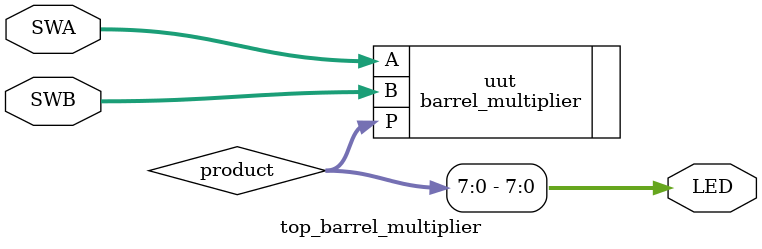
<source format=v>
`timescale 1ns / 1ps

module top_barrel_multiplier(
    input  [7:0] SWA,  // Switches for input A
    input  [7:0] SWB,  // Switches for input B
    output [7:0] LED   // Lower 8 bits of Product
);

    wire [15:0] product;

    // Instantiate barrel multiplier
    barrel_multiplier uut (
        .A(SWA),
        .B(SWB),
        .P(product)
    );

    // Display lower 8 bits on LEDs
    assign LED = product[7:0];

endmodule

</source>
